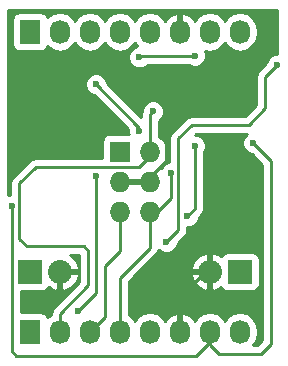
<source format=gbl>
%TF.GenerationSoftware,KiCad,Pcbnew,4.0.2+dfsg1-stable*%
%TF.CreationDate,2018-11-13T00:59:16+01:00*%
%TF.ProjectId,A500MPU-Adapter,413530304D50552D416461707465722E,rev?*%
%TF.FileFunction,Copper,L2,Bot,Signal*%
%FSLAX46Y46*%
G04 Gerber Fmt 4.6, Leading zero omitted, Abs format (unit mm)*
G04 Created by KiCad (PCBNEW 4.0.2+dfsg1-stable) date Tue 13 Nov 2018 00:59:16 CET*
%MOMM*%
G01*
G04 APERTURE LIST*
%ADD10C,0.100000*%
%ADD11R,1.727200X1.727200*%
%ADD12O,1.727200X1.727200*%
%ADD13R,2.032000X2.032000*%
%ADD14O,2.032000X2.032000*%
%ADD15R,1.727200X2.032000*%
%ADD16O,1.727200X2.032000*%
%ADD17C,0.600000*%
%ADD18C,0.250000*%
%ADD19C,0.254000*%
G04 APERTURE END LIST*
D10*
D11*
X154940000Y-109220000D03*
D12*
X157480000Y-109220000D03*
X154940000Y-111760000D03*
X157480000Y-111760000D03*
X154940000Y-114300000D03*
X157480000Y-114300000D03*
D13*
X165100000Y-119380000D03*
D14*
X162560000Y-119380000D03*
D13*
X147320000Y-119380000D03*
D14*
X149860000Y-119380000D03*
D15*
X147320000Y-99060000D03*
D16*
X149860000Y-99060000D03*
X152400000Y-99060000D03*
X154940000Y-99060000D03*
X157480000Y-99060000D03*
X160020000Y-99060000D03*
X162560000Y-99060000D03*
X165100000Y-99060000D03*
D15*
X147320000Y-124460000D03*
D16*
X149860000Y-124460000D03*
X152400000Y-124460000D03*
X154940000Y-124460000D03*
X157480000Y-124460000D03*
X160020000Y-124460000D03*
X162560000Y-124460000D03*
X165100000Y-124460000D03*
D17*
X159766000Y-105537000D03*
X165608000Y-117094000D03*
X156591000Y-101219000D03*
X161290000Y-101092000D03*
X152908000Y-111252000D03*
X151384000Y-122682000D03*
X157734000Y-105791000D03*
X158877000Y-116840000D03*
X168275000Y-101854000D03*
X159258000Y-110998000D03*
X156591000Y-107442000D03*
X152908000Y-103505000D03*
X145796000Y-113792000D03*
X166243000Y-108458000D03*
X161290000Y-108712000D03*
X160655000Y-114681000D03*
D18*
X158877000Y-109982000D02*
X157480000Y-111379000D01*
X158877000Y-106426000D02*
X158877000Y-109982000D01*
X159766000Y-105537000D02*
X158877000Y-106426000D01*
X157480000Y-111379000D02*
X157480000Y-111760000D01*
X162560000Y-119380000D02*
X162179000Y-119380000D01*
X162179000Y-119380000D02*
X160020000Y-121539000D01*
X160020000Y-121539000D02*
X160020000Y-124460000D01*
X162560000Y-117856000D02*
X162560000Y-119380000D01*
X162814000Y-117602000D02*
X162560000Y-117856000D01*
X165100000Y-117602000D02*
X162814000Y-117602000D01*
X165608000Y-117094000D02*
X165100000Y-117602000D01*
X156591000Y-101219000D02*
X156718000Y-101092000D01*
X156718000Y-101092000D02*
X161290000Y-101092000D01*
X152908000Y-121158000D02*
X152908000Y-111252000D01*
X151384000Y-122682000D02*
X152908000Y-121158000D01*
X157480000Y-109220000D02*
X157480000Y-109601000D01*
X157480000Y-109601000D02*
X156591000Y-110490000D01*
X149860000Y-122936000D02*
X149860000Y-124460000D01*
X152273000Y-120523000D02*
X149860000Y-122936000D01*
X152273000Y-117602000D02*
X152273000Y-120523000D01*
X151892000Y-117221000D02*
X152273000Y-117602000D01*
X147066000Y-117221000D02*
X151892000Y-117221000D01*
X146431000Y-116586000D02*
X147066000Y-117221000D01*
X146431000Y-111887000D02*
X146431000Y-116586000D01*
X147828000Y-110490000D02*
X146431000Y-111887000D01*
X156591000Y-110490000D02*
X147828000Y-110490000D01*
X157480000Y-106045000D02*
X157480000Y-109220000D01*
X157734000Y-105791000D02*
X157480000Y-106045000D01*
X159893000Y-115824000D02*
X158877000Y-116840000D01*
X159893000Y-108077000D02*
X159893000Y-115824000D01*
X161036000Y-106934000D02*
X159893000Y-108077000D01*
X165862000Y-106934000D02*
X161036000Y-106934000D01*
X167259000Y-105537000D02*
X165862000Y-106934000D01*
X167259000Y-102870000D02*
X167259000Y-105537000D01*
X168275000Y-101854000D02*
X167259000Y-102870000D01*
X154940000Y-114300000D02*
X154940000Y-117602000D01*
X153670000Y-123190000D02*
X152400000Y-124460000D01*
X153670000Y-118872000D02*
X153670000Y-123190000D01*
X154940000Y-117602000D02*
X153670000Y-118872000D01*
X159258000Y-113157000D02*
X158115000Y-114300000D01*
X159258000Y-110998000D02*
X159258000Y-113157000D01*
X156591000Y-107188000D02*
X156591000Y-107442000D01*
X152908000Y-103505000D02*
X156591000Y-107188000D01*
X158115000Y-114300000D02*
X157480000Y-114300000D01*
X154940000Y-124460000D02*
X154940000Y-119888000D01*
X157480000Y-117348000D02*
X157480000Y-114300000D01*
X154940000Y-119888000D02*
X157480000Y-117348000D01*
X162560000Y-124460000D02*
X162560000Y-125349000D01*
X162560000Y-125349000D02*
X161417000Y-126492000D01*
X145796000Y-126111000D02*
X145796000Y-113792000D01*
X146177000Y-126492000D02*
X145796000Y-126111000D01*
X161417000Y-126492000D02*
X146177000Y-126492000D01*
X162560000Y-125603000D02*
X162560000Y-124460000D01*
X163322000Y-126365000D02*
X162560000Y-125603000D01*
X166878000Y-126365000D02*
X163322000Y-126365000D01*
X167767000Y-125476000D02*
X166878000Y-126365000D01*
X167767000Y-109982000D02*
X167767000Y-125476000D01*
X166243000Y-108458000D02*
X167767000Y-109982000D01*
X161290000Y-114046000D02*
X161290000Y-108712000D01*
X160655000Y-114681000D02*
X161290000Y-114046000D01*
D19*
G36*
X165450808Y-107927673D02*
X165308162Y-108271201D01*
X165307838Y-108643167D01*
X165449883Y-108986943D01*
X165712673Y-109250192D01*
X166056201Y-109392838D01*
X166103077Y-109392879D01*
X167007000Y-110296802D01*
X167007000Y-125161198D01*
X166563198Y-125605000D01*
X166226097Y-125605000D01*
X166484526Y-125218234D01*
X166598600Y-124644745D01*
X166598600Y-124275255D01*
X166484526Y-123701766D01*
X166159670Y-123215585D01*
X165673489Y-122890729D01*
X165100000Y-122776655D01*
X164526511Y-122890729D01*
X164040330Y-123215585D01*
X163830000Y-123530366D01*
X163619670Y-123215585D01*
X163133489Y-122890729D01*
X162560000Y-122776655D01*
X161986511Y-122890729D01*
X161500330Y-123215585D01*
X161293539Y-123525069D01*
X160922036Y-123109268D01*
X160394791Y-122855291D01*
X160379026Y-122852642D01*
X160147000Y-122973783D01*
X160147000Y-124333000D01*
X160167000Y-124333000D01*
X160167000Y-124587000D01*
X160147000Y-124587000D01*
X160147000Y-124607000D01*
X159893000Y-124607000D01*
X159893000Y-124587000D01*
X159873000Y-124587000D01*
X159873000Y-124333000D01*
X159893000Y-124333000D01*
X159893000Y-122973783D01*
X159660974Y-122852642D01*
X159645209Y-122855291D01*
X159117964Y-123109268D01*
X158746461Y-123525069D01*
X158539670Y-123215585D01*
X158053489Y-122890729D01*
X157480000Y-122776655D01*
X156906511Y-122890729D01*
X156420330Y-123215585D01*
X156210000Y-123530366D01*
X155999670Y-123215585D01*
X155700000Y-123015352D01*
X155700000Y-120202802D01*
X156139856Y-119762946D01*
X160954017Y-119762946D01*
X161222812Y-120348379D01*
X161695182Y-120786385D01*
X162177056Y-120985975D01*
X162433000Y-120866836D01*
X162433000Y-119507000D01*
X161072633Y-119507000D01*
X160954017Y-119762946D01*
X156139856Y-119762946D01*
X156905748Y-118997054D01*
X160954017Y-118997054D01*
X161072633Y-119253000D01*
X162433000Y-119253000D01*
X162433000Y-117893164D01*
X162687000Y-117893164D01*
X162687000Y-119253000D01*
X162707000Y-119253000D01*
X162707000Y-119507000D01*
X162687000Y-119507000D01*
X162687000Y-120866836D01*
X162942944Y-120985975D01*
X163424818Y-120786385D01*
X163522398Y-120695903D01*
X163619910Y-120847441D01*
X163832110Y-120992431D01*
X164084000Y-121043440D01*
X166116000Y-121043440D01*
X166351317Y-120999162D01*
X166567441Y-120860090D01*
X166712431Y-120647890D01*
X166763440Y-120396000D01*
X166763440Y-118364000D01*
X166719162Y-118128683D01*
X166580090Y-117912559D01*
X166367890Y-117767569D01*
X166116000Y-117716560D01*
X164084000Y-117716560D01*
X163848683Y-117760838D01*
X163632559Y-117899910D01*
X163521160Y-118062948D01*
X163424818Y-117973615D01*
X162942944Y-117774025D01*
X162687000Y-117893164D01*
X162433000Y-117893164D01*
X162177056Y-117774025D01*
X161695182Y-117973615D01*
X161222812Y-118411621D01*
X160954017Y-118997054D01*
X156905748Y-118997054D01*
X158017401Y-117885401D01*
X158182148Y-117638840D01*
X158207410Y-117511839D01*
X158210587Y-117495868D01*
X158346673Y-117632192D01*
X158690201Y-117774838D01*
X159062167Y-117775162D01*
X159405943Y-117633117D01*
X159669192Y-117370327D01*
X159811838Y-117026799D01*
X159811879Y-116979923D01*
X160430401Y-116361401D01*
X160595148Y-116114839D01*
X160653000Y-115824000D01*
X160653000Y-115615999D01*
X160840167Y-115616162D01*
X161183943Y-115474117D01*
X161447192Y-115211327D01*
X161589838Y-114867799D01*
X161589879Y-114820923D01*
X161827401Y-114583401D01*
X161992148Y-114336839D01*
X162050000Y-114046000D01*
X162050000Y-109274463D01*
X162082192Y-109242327D01*
X162224838Y-108898799D01*
X162225162Y-108526833D01*
X162083117Y-108183057D01*
X161820327Y-107919808D01*
X161476799Y-107777162D01*
X161267822Y-107776980D01*
X161350802Y-107694000D01*
X165684889Y-107694000D01*
X165450808Y-107927673D01*
X165450808Y-107927673D01*
G37*
X165450808Y-107927673D02*
X165308162Y-108271201D01*
X165307838Y-108643167D01*
X165449883Y-108986943D01*
X165712673Y-109250192D01*
X166056201Y-109392838D01*
X166103077Y-109392879D01*
X167007000Y-110296802D01*
X167007000Y-125161198D01*
X166563198Y-125605000D01*
X166226097Y-125605000D01*
X166484526Y-125218234D01*
X166598600Y-124644745D01*
X166598600Y-124275255D01*
X166484526Y-123701766D01*
X166159670Y-123215585D01*
X165673489Y-122890729D01*
X165100000Y-122776655D01*
X164526511Y-122890729D01*
X164040330Y-123215585D01*
X163830000Y-123530366D01*
X163619670Y-123215585D01*
X163133489Y-122890729D01*
X162560000Y-122776655D01*
X161986511Y-122890729D01*
X161500330Y-123215585D01*
X161293539Y-123525069D01*
X160922036Y-123109268D01*
X160394791Y-122855291D01*
X160379026Y-122852642D01*
X160147000Y-122973783D01*
X160147000Y-124333000D01*
X160167000Y-124333000D01*
X160167000Y-124587000D01*
X160147000Y-124587000D01*
X160147000Y-124607000D01*
X159893000Y-124607000D01*
X159893000Y-124587000D01*
X159873000Y-124587000D01*
X159873000Y-124333000D01*
X159893000Y-124333000D01*
X159893000Y-122973783D01*
X159660974Y-122852642D01*
X159645209Y-122855291D01*
X159117964Y-123109268D01*
X158746461Y-123525069D01*
X158539670Y-123215585D01*
X158053489Y-122890729D01*
X157480000Y-122776655D01*
X156906511Y-122890729D01*
X156420330Y-123215585D01*
X156210000Y-123530366D01*
X155999670Y-123215585D01*
X155700000Y-123015352D01*
X155700000Y-120202802D01*
X156139856Y-119762946D01*
X160954017Y-119762946D01*
X161222812Y-120348379D01*
X161695182Y-120786385D01*
X162177056Y-120985975D01*
X162433000Y-120866836D01*
X162433000Y-119507000D01*
X161072633Y-119507000D01*
X160954017Y-119762946D01*
X156139856Y-119762946D01*
X156905748Y-118997054D01*
X160954017Y-118997054D01*
X161072633Y-119253000D01*
X162433000Y-119253000D01*
X162433000Y-117893164D01*
X162687000Y-117893164D01*
X162687000Y-119253000D01*
X162707000Y-119253000D01*
X162707000Y-119507000D01*
X162687000Y-119507000D01*
X162687000Y-120866836D01*
X162942944Y-120985975D01*
X163424818Y-120786385D01*
X163522398Y-120695903D01*
X163619910Y-120847441D01*
X163832110Y-120992431D01*
X164084000Y-121043440D01*
X166116000Y-121043440D01*
X166351317Y-120999162D01*
X166567441Y-120860090D01*
X166712431Y-120647890D01*
X166763440Y-120396000D01*
X166763440Y-118364000D01*
X166719162Y-118128683D01*
X166580090Y-117912559D01*
X166367890Y-117767569D01*
X166116000Y-117716560D01*
X164084000Y-117716560D01*
X163848683Y-117760838D01*
X163632559Y-117899910D01*
X163521160Y-118062948D01*
X163424818Y-117973615D01*
X162942944Y-117774025D01*
X162687000Y-117893164D01*
X162433000Y-117893164D01*
X162177056Y-117774025D01*
X161695182Y-117973615D01*
X161222812Y-118411621D01*
X160954017Y-118997054D01*
X156905748Y-118997054D01*
X158017401Y-117885401D01*
X158182148Y-117638840D01*
X158207410Y-117511839D01*
X158210587Y-117495868D01*
X158346673Y-117632192D01*
X158690201Y-117774838D01*
X159062167Y-117775162D01*
X159405943Y-117633117D01*
X159669192Y-117370327D01*
X159811838Y-117026799D01*
X159811879Y-116979923D01*
X160430401Y-116361401D01*
X160595148Y-116114839D01*
X160653000Y-115824000D01*
X160653000Y-115615999D01*
X160840167Y-115616162D01*
X161183943Y-115474117D01*
X161447192Y-115211327D01*
X161589838Y-114867799D01*
X161589879Y-114820923D01*
X161827401Y-114583401D01*
X161992148Y-114336839D01*
X162050000Y-114046000D01*
X162050000Y-109274463D01*
X162082192Y-109242327D01*
X162224838Y-108898799D01*
X162225162Y-108526833D01*
X162083117Y-108183057D01*
X161820327Y-107919808D01*
X161476799Y-107777162D01*
X161267822Y-107776980D01*
X161350802Y-107694000D01*
X165684889Y-107694000D01*
X165450808Y-107927673D01*
G36*
X151513000Y-120208198D02*
X149322599Y-122398599D01*
X149157852Y-122645161D01*
X149100000Y-122936000D01*
X149100000Y-123015352D01*
X148800330Y-123215585D01*
X148790757Y-123229913D01*
X148786762Y-123208683D01*
X148647690Y-122992559D01*
X148435490Y-122847569D01*
X148183600Y-122796560D01*
X146556000Y-122796560D01*
X146556000Y-121043440D01*
X148336000Y-121043440D01*
X148571317Y-120999162D01*
X148787441Y-120860090D01*
X148898840Y-120697052D01*
X148995182Y-120786385D01*
X149477056Y-120985975D01*
X149733000Y-120866836D01*
X149733000Y-119507000D01*
X149987000Y-119507000D01*
X149987000Y-120866836D01*
X150242944Y-120985975D01*
X150724818Y-120786385D01*
X151197188Y-120348379D01*
X151465983Y-119762946D01*
X151347367Y-119507000D01*
X149987000Y-119507000D01*
X149733000Y-119507000D01*
X149713000Y-119507000D01*
X149713000Y-119253000D01*
X149733000Y-119253000D01*
X149733000Y-119233000D01*
X149987000Y-119233000D01*
X149987000Y-119253000D01*
X151347367Y-119253000D01*
X151465983Y-118997054D01*
X151197188Y-118411621D01*
X150732782Y-117981000D01*
X151513000Y-117981000D01*
X151513000Y-120208198D01*
X151513000Y-120208198D01*
G37*
X151513000Y-120208198D02*
X149322599Y-122398599D01*
X149157852Y-122645161D01*
X149100000Y-122936000D01*
X149100000Y-123015352D01*
X148800330Y-123215585D01*
X148790757Y-123229913D01*
X148786762Y-123208683D01*
X148647690Y-122992559D01*
X148435490Y-122847569D01*
X148183600Y-122796560D01*
X146556000Y-122796560D01*
X146556000Y-121043440D01*
X148336000Y-121043440D01*
X148571317Y-120999162D01*
X148787441Y-120860090D01*
X148898840Y-120697052D01*
X148995182Y-120786385D01*
X149477056Y-120985975D01*
X149733000Y-120866836D01*
X149733000Y-119507000D01*
X149987000Y-119507000D01*
X149987000Y-120866836D01*
X150242944Y-120985975D01*
X150724818Y-120786385D01*
X151197188Y-120348379D01*
X151465983Y-119762946D01*
X151347367Y-119507000D01*
X149987000Y-119507000D01*
X149733000Y-119507000D01*
X149713000Y-119507000D01*
X149713000Y-119253000D01*
X149733000Y-119253000D01*
X149733000Y-119233000D01*
X149987000Y-119233000D01*
X149987000Y-119253000D01*
X151347367Y-119253000D01*
X151465983Y-118997054D01*
X151197188Y-118411621D01*
X150732782Y-117981000D01*
X151513000Y-117981000D01*
X151513000Y-120208198D01*
G36*
X168200000Y-100918934D02*
X168089833Y-100918838D01*
X167746057Y-101060883D01*
X167482808Y-101323673D01*
X167340162Y-101667201D01*
X167340121Y-101714077D01*
X166721599Y-102332599D01*
X166556852Y-102579161D01*
X166499000Y-102870000D01*
X166499000Y-105222198D01*
X165547198Y-106174000D01*
X161036000Y-106174000D01*
X160745161Y-106231852D01*
X160498599Y-106396599D01*
X159355599Y-107539599D01*
X159190852Y-107786161D01*
X159133000Y-108077000D01*
X159133000Y-110062890D01*
X159072833Y-110062838D01*
X158729057Y-110204883D01*
X158465808Y-110467673D01*
X158410975Y-110599725D01*
X158368490Y-110553179D01*
X158245772Y-110495664D01*
X158569029Y-110279670D01*
X158893885Y-109793489D01*
X159007959Y-109220000D01*
X158893885Y-108646511D01*
X158569029Y-108160330D01*
X158240000Y-107940480D01*
X158240000Y-106593597D01*
X158262943Y-106584117D01*
X158526192Y-106321327D01*
X158668838Y-105977799D01*
X158669162Y-105605833D01*
X158527117Y-105262057D01*
X158264327Y-104998808D01*
X157920799Y-104856162D01*
X157548833Y-104855838D01*
X157205057Y-104997883D01*
X156941808Y-105260673D01*
X156799162Y-105604201D01*
X156799059Y-105722422D01*
X156777852Y-105754161D01*
X156720000Y-106045000D01*
X156720000Y-106242198D01*
X153843122Y-103365320D01*
X153843162Y-103319833D01*
X153701117Y-102976057D01*
X153438327Y-102712808D01*
X153094799Y-102570162D01*
X152722833Y-102569838D01*
X152379057Y-102711883D01*
X152115808Y-102974673D01*
X151973162Y-103318201D01*
X151972838Y-103690167D01*
X152114883Y-104033943D01*
X152377673Y-104297192D01*
X152721201Y-104439838D01*
X152768077Y-104439879D01*
X155656099Y-107327901D01*
X155655838Y-107627167D01*
X155689634Y-107708960D01*
X154076400Y-107708960D01*
X153841083Y-107753238D01*
X153624959Y-107892310D01*
X153479969Y-108104510D01*
X153428960Y-108356400D01*
X153428960Y-109730000D01*
X147828000Y-109730000D01*
X147537160Y-109787852D01*
X147290599Y-109952599D01*
X145893599Y-111349599D01*
X145728852Y-111596161D01*
X145671000Y-111887000D01*
X145671000Y-112856890D01*
X145610833Y-112856838D01*
X145490000Y-112906765D01*
X145490000Y-98044000D01*
X145808960Y-98044000D01*
X145808960Y-100076000D01*
X145853238Y-100311317D01*
X145992310Y-100527441D01*
X146204510Y-100672431D01*
X146456400Y-100723440D01*
X148183600Y-100723440D01*
X148418917Y-100679162D01*
X148635041Y-100540090D01*
X148780031Y-100327890D01*
X148788400Y-100286561D01*
X148800330Y-100304415D01*
X149286511Y-100629271D01*
X149860000Y-100743345D01*
X150433489Y-100629271D01*
X150919670Y-100304415D01*
X151130000Y-99989634D01*
X151340330Y-100304415D01*
X151826511Y-100629271D01*
X152400000Y-100743345D01*
X152973489Y-100629271D01*
X153459670Y-100304415D01*
X153670000Y-99989634D01*
X153880330Y-100304415D01*
X154366511Y-100629271D01*
X154940000Y-100743345D01*
X155513489Y-100629271D01*
X155999670Y-100304415D01*
X156210000Y-99989634D01*
X156406581Y-100283839D01*
X156405833Y-100283838D01*
X156062057Y-100425883D01*
X155798808Y-100688673D01*
X155656162Y-101032201D01*
X155655838Y-101404167D01*
X155797883Y-101747943D01*
X156060673Y-102011192D01*
X156404201Y-102153838D01*
X156776167Y-102154162D01*
X157119943Y-102012117D01*
X157280340Y-101852000D01*
X160727537Y-101852000D01*
X160759673Y-101884192D01*
X161103201Y-102026838D01*
X161475167Y-102027162D01*
X161818943Y-101885117D01*
X162082192Y-101622327D01*
X162224838Y-101278799D01*
X162225162Y-100906833D01*
X162121577Y-100656137D01*
X162560000Y-100743345D01*
X163133489Y-100629271D01*
X163619670Y-100304415D01*
X163830000Y-99989634D01*
X164040330Y-100304415D01*
X164526511Y-100629271D01*
X165100000Y-100743345D01*
X165673489Y-100629271D01*
X166159670Y-100304415D01*
X166484526Y-99818234D01*
X166598600Y-99244745D01*
X166598600Y-98875255D01*
X166484526Y-98301766D01*
X166159670Y-97815585D01*
X165673489Y-97490729D01*
X165100000Y-97376655D01*
X164526511Y-97490729D01*
X164040330Y-97815585D01*
X163830000Y-98130366D01*
X163619670Y-97815585D01*
X163133489Y-97490729D01*
X162560000Y-97376655D01*
X161986511Y-97490729D01*
X161500330Y-97815585D01*
X161293539Y-98125069D01*
X160922036Y-97709268D01*
X160394791Y-97455291D01*
X160379026Y-97452642D01*
X160147000Y-97573783D01*
X160147000Y-98933000D01*
X160167000Y-98933000D01*
X160167000Y-99187000D01*
X160147000Y-99187000D01*
X160147000Y-99207000D01*
X159893000Y-99207000D01*
X159893000Y-99187000D01*
X159873000Y-99187000D01*
X159873000Y-98933000D01*
X159893000Y-98933000D01*
X159893000Y-97573783D01*
X159660974Y-97452642D01*
X159645209Y-97455291D01*
X159117964Y-97709268D01*
X158746461Y-98125069D01*
X158539670Y-97815585D01*
X158053489Y-97490729D01*
X157480000Y-97376655D01*
X156906511Y-97490729D01*
X156420330Y-97815585D01*
X156210000Y-98130366D01*
X155999670Y-97815585D01*
X155513489Y-97490729D01*
X154940000Y-97376655D01*
X154366511Y-97490729D01*
X153880330Y-97815585D01*
X153670000Y-98130366D01*
X153459670Y-97815585D01*
X152973489Y-97490729D01*
X152400000Y-97376655D01*
X151826511Y-97490729D01*
X151340330Y-97815585D01*
X151130000Y-98130366D01*
X150919670Y-97815585D01*
X150433489Y-97490729D01*
X149860000Y-97376655D01*
X149286511Y-97490729D01*
X148800330Y-97815585D01*
X148790757Y-97829913D01*
X148786762Y-97808683D01*
X148647690Y-97592559D01*
X148435490Y-97447569D01*
X148183600Y-97396560D01*
X146456400Y-97396560D01*
X146221083Y-97440838D01*
X146004959Y-97579910D01*
X145859969Y-97792110D01*
X145808960Y-98044000D01*
X145490000Y-98044000D01*
X145490000Y-97230000D01*
X168200000Y-97230000D01*
X168200000Y-100918934D01*
X168200000Y-100918934D01*
G37*
X168200000Y-100918934D02*
X168089833Y-100918838D01*
X167746057Y-101060883D01*
X167482808Y-101323673D01*
X167340162Y-101667201D01*
X167340121Y-101714077D01*
X166721599Y-102332599D01*
X166556852Y-102579161D01*
X166499000Y-102870000D01*
X166499000Y-105222198D01*
X165547198Y-106174000D01*
X161036000Y-106174000D01*
X160745161Y-106231852D01*
X160498599Y-106396599D01*
X159355599Y-107539599D01*
X159190852Y-107786161D01*
X159133000Y-108077000D01*
X159133000Y-110062890D01*
X159072833Y-110062838D01*
X158729057Y-110204883D01*
X158465808Y-110467673D01*
X158410975Y-110599725D01*
X158368490Y-110553179D01*
X158245772Y-110495664D01*
X158569029Y-110279670D01*
X158893885Y-109793489D01*
X159007959Y-109220000D01*
X158893885Y-108646511D01*
X158569029Y-108160330D01*
X158240000Y-107940480D01*
X158240000Y-106593597D01*
X158262943Y-106584117D01*
X158526192Y-106321327D01*
X158668838Y-105977799D01*
X158669162Y-105605833D01*
X158527117Y-105262057D01*
X158264327Y-104998808D01*
X157920799Y-104856162D01*
X157548833Y-104855838D01*
X157205057Y-104997883D01*
X156941808Y-105260673D01*
X156799162Y-105604201D01*
X156799059Y-105722422D01*
X156777852Y-105754161D01*
X156720000Y-106045000D01*
X156720000Y-106242198D01*
X153843122Y-103365320D01*
X153843162Y-103319833D01*
X153701117Y-102976057D01*
X153438327Y-102712808D01*
X153094799Y-102570162D01*
X152722833Y-102569838D01*
X152379057Y-102711883D01*
X152115808Y-102974673D01*
X151973162Y-103318201D01*
X151972838Y-103690167D01*
X152114883Y-104033943D01*
X152377673Y-104297192D01*
X152721201Y-104439838D01*
X152768077Y-104439879D01*
X155656099Y-107327901D01*
X155655838Y-107627167D01*
X155689634Y-107708960D01*
X154076400Y-107708960D01*
X153841083Y-107753238D01*
X153624959Y-107892310D01*
X153479969Y-108104510D01*
X153428960Y-108356400D01*
X153428960Y-109730000D01*
X147828000Y-109730000D01*
X147537160Y-109787852D01*
X147290599Y-109952599D01*
X145893599Y-111349599D01*
X145728852Y-111596161D01*
X145671000Y-111887000D01*
X145671000Y-112856890D01*
X145610833Y-112856838D01*
X145490000Y-112906765D01*
X145490000Y-98044000D01*
X145808960Y-98044000D01*
X145808960Y-100076000D01*
X145853238Y-100311317D01*
X145992310Y-100527441D01*
X146204510Y-100672431D01*
X146456400Y-100723440D01*
X148183600Y-100723440D01*
X148418917Y-100679162D01*
X148635041Y-100540090D01*
X148780031Y-100327890D01*
X148788400Y-100286561D01*
X148800330Y-100304415D01*
X149286511Y-100629271D01*
X149860000Y-100743345D01*
X150433489Y-100629271D01*
X150919670Y-100304415D01*
X151130000Y-99989634D01*
X151340330Y-100304415D01*
X151826511Y-100629271D01*
X152400000Y-100743345D01*
X152973489Y-100629271D01*
X153459670Y-100304415D01*
X153670000Y-99989634D01*
X153880330Y-100304415D01*
X154366511Y-100629271D01*
X154940000Y-100743345D01*
X155513489Y-100629271D01*
X155999670Y-100304415D01*
X156210000Y-99989634D01*
X156406581Y-100283839D01*
X156405833Y-100283838D01*
X156062057Y-100425883D01*
X155798808Y-100688673D01*
X155656162Y-101032201D01*
X155655838Y-101404167D01*
X155797883Y-101747943D01*
X156060673Y-102011192D01*
X156404201Y-102153838D01*
X156776167Y-102154162D01*
X157119943Y-102012117D01*
X157280340Y-101852000D01*
X160727537Y-101852000D01*
X160759673Y-101884192D01*
X161103201Y-102026838D01*
X161475167Y-102027162D01*
X161818943Y-101885117D01*
X162082192Y-101622327D01*
X162224838Y-101278799D01*
X162225162Y-100906833D01*
X162121577Y-100656137D01*
X162560000Y-100743345D01*
X163133489Y-100629271D01*
X163619670Y-100304415D01*
X163830000Y-99989634D01*
X164040330Y-100304415D01*
X164526511Y-100629271D01*
X165100000Y-100743345D01*
X165673489Y-100629271D01*
X166159670Y-100304415D01*
X166484526Y-99818234D01*
X166598600Y-99244745D01*
X166598600Y-98875255D01*
X166484526Y-98301766D01*
X166159670Y-97815585D01*
X165673489Y-97490729D01*
X165100000Y-97376655D01*
X164526511Y-97490729D01*
X164040330Y-97815585D01*
X163830000Y-98130366D01*
X163619670Y-97815585D01*
X163133489Y-97490729D01*
X162560000Y-97376655D01*
X161986511Y-97490729D01*
X161500330Y-97815585D01*
X161293539Y-98125069D01*
X160922036Y-97709268D01*
X160394791Y-97455291D01*
X160379026Y-97452642D01*
X160147000Y-97573783D01*
X160147000Y-98933000D01*
X160167000Y-98933000D01*
X160167000Y-99187000D01*
X160147000Y-99187000D01*
X160147000Y-99207000D01*
X159893000Y-99207000D01*
X159893000Y-99187000D01*
X159873000Y-99187000D01*
X159873000Y-98933000D01*
X159893000Y-98933000D01*
X159893000Y-97573783D01*
X159660974Y-97452642D01*
X159645209Y-97455291D01*
X159117964Y-97709268D01*
X158746461Y-98125069D01*
X158539670Y-97815585D01*
X158053489Y-97490729D01*
X157480000Y-97376655D01*
X156906511Y-97490729D01*
X156420330Y-97815585D01*
X156210000Y-98130366D01*
X155999670Y-97815585D01*
X155513489Y-97490729D01*
X154940000Y-97376655D01*
X154366511Y-97490729D01*
X153880330Y-97815585D01*
X153670000Y-98130366D01*
X153459670Y-97815585D01*
X152973489Y-97490729D01*
X152400000Y-97376655D01*
X151826511Y-97490729D01*
X151340330Y-97815585D01*
X151130000Y-98130366D01*
X150919670Y-97815585D01*
X150433489Y-97490729D01*
X149860000Y-97376655D01*
X149286511Y-97490729D01*
X148800330Y-97815585D01*
X148790757Y-97829913D01*
X148786762Y-97808683D01*
X148647690Y-97592559D01*
X148435490Y-97447569D01*
X148183600Y-97396560D01*
X146456400Y-97396560D01*
X146221083Y-97440838D01*
X146004959Y-97579910D01*
X145859969Y-97792110D01*
X145808960Y-98044000D01*
X145490000Y-98044000D01*
X145490000Y-97230000D01*
X168200000Y-97230000D01*
X168200000Y-100918934D01*
G36*
X155067000Y-111633000D02*
X157353000Y-111633000D01*
X157353000Y-111613000D01*
X157607000Y-111613000D01*
X157607000Y-111633000D01*
X157627000Y-111633000D01*
X157627000Y-111887000D01*
X157607000Y-111887000D01*
X157607000Y-111907000D01*
X157353000Y-111907000D01*
X157353000Y-111887000D01*
X155067000Y-111887000D01*
X155067000Y-111907000D01*
X154813000Y-111907000D01*
X154813000Y-111887000D01*
X154793000Y-111887000D01*
X154793000Y-111633000D01*
X154813000Y-111633000D01*
X154813000Y-111613000D01*
X155067000Y-111613000D01*
X155067000Y-111633000D01*
X155067000Y-111633000D01*
G37*
X155067000Y-111633000D02*
X157353000Y-111633000D01*
X157353000Y-111613000D01*
X157607000Y-111613000D01*
X157607000Y-111633000D01*
X157627000Y-111633000D01*
X157627000Y-111887000D01*
X157607000Y-111887000D01*
X157607000Y-111907000D01*
X157353000Y-111907000D01*
X157353000Y-111887000D01*
X155067000Y-111887000D01*
X155067000Y-111907000D01*
X154813000Y-111907000D01*
X154813000Y-111887000D01*
X154793000Y-111887000D01*
X154793000Y-111633000D01*
X154813000Y-111633000D01*
X154813000Y-111613000D01*
X155067000Y-111613000D01*
X155067000Y-111633000D01*
M02*

</source>
